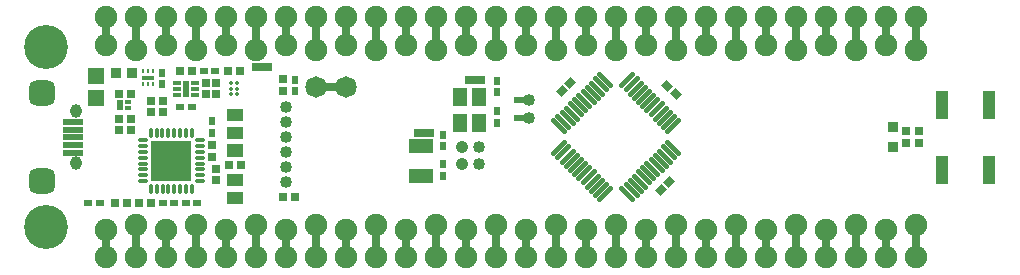
<source format=gts>
G04*
G04 #@! TF.GenerationSoftware,Altium Limited,Altium Designer,20.2.4 (192)*
G04*
G04 Layer_Color=8388736*
%FSLAX43Y43*%
%MOMM*%
G71*
G04*
G04 #@! TF.SameCoordinates,AF46D1C0-80E4-4F08-9089-F3FA465175DE*
G04*
G04*
G04 #@! TF.FilePolarity,Negative*
G04*
G01*
G75*
%ADD48C,1.050*%
%ADD49C,1.905*%
%ADD50C,0.700*%
%ADD51R,1.800X0.700*%
%ADD52R,1.325X0.500*%
%ADD53R,1.370X1.020*%
%ADD54R,2.020X1.220*%
%ADD55R,0.620X0.770*%
%ADD56R,1.270X1.520*%
G04:AMPARAMS|DCode=57|XSize=0.67mm|YSize=0.72mm|CornerRadius=0mm|HoleSize=0mm|Usage=FLASHONLY|Rotation=225.000|XOffset=0mm|YOffset=0mm|HoleType=Round|Shape=Rectangle|*
%AMROTATEDRECTD57*
4,1,4,-0.018,0.491,0.491,-0.018,0.018,-0.491,-0.491,0.018,-0.018,0.491,0.0*
%
%ADD57ROTATEDRECTD57*%

%ADD58R,0.770X0.620*%
%ADD59R,1.820X0.470*%
%ADD60R,1.120X2.370*%
%ADD61C,0.350*%
%ADD62R,0.670X0.320*%
%ADD63R,0.700X0.350*%
%ADD64R,0.600X1.360*%
%ADD65R,0.280X0.450*%
%ADD66R,1.040X0.380*%
%ADD67O,0.280X0.850*%
%ADD68O,0.850X0.280*%
%ADD69R,3.400X3.400*%
G04:AMPARAMS|DCode=70|XSize=0.42mm|YSize=1.77mm|CornerRadius=0mm|HoleSize=0mm|Usage=FLASHONLY|Rotation=225.000|XOffset=0mm|YOffset=0mm|HoleType=Round|Shape=Round|*
%AMOVALD70*
21,1,1.350,0.420,0.000,0.000,315.0*
1,1,0.420,-0.477,0.477*
1,1,0.420,0.477,-0.477*
%
%ADD70OVALD70*%

G04:AMPARAMS|DCode=71|XSize=0.42mm|YSize=1.77mm|CornerRadius=0mm|HoleSize=0mm|Usage=FLASHONLY|Rotation=135.000|XOffset=0mm|YOffset=0mm|HoleType=Round|Shape=Round|*
%AMOVALD71*
21,1,1.350,0.420,0.000,0.000,225.0*
1,1,0.420,0.477,0.477*
1,1,0.420,-0.477,-0.477*
%
%ADD71OVALD71*%

%ADD72R,0.520X0.820*%
%ADD73R,0.520X0.370*%
%ADD74R,0.920X0.920*%
%ADD75R,0.720X0.620*%
%ADD76R,0.720X0.670*%
%ADD77R,1.470X1.320*%
%ADD78R,0.882X0.882*%
%ADD79R,0.670X0.720*%
G04:AMPARAMS|DCode=80|XSize=0.62mm|YSize=0.77mm|CornerRadius=0mm|HoleSize=0mm|Usage=FLASHONLY|Rotation=135.000|XOffset=0mm|YOffset=0mm|HoleType=Round|Shape=Rectangle|*
%AMROTATEDRECTD80*
4,1,4,0.491,0.053,-0.053,-0.491,-0.491,-0.053,0.053,0.491,0.491,0.053,0.0*
%
%ADD80ROTATEDRECTD80*%

%ADD81C,1.020*%
%ADD82C,1.820*%
%ADD83O,0.686X3.327*%
%ADD84C,1.902*%
%ADD85O,0.686X2.921*%
G04:AMPARAMS|DCode=86|XSize=1.17mm|YSize=0.96mm|CornerRadius=0.48mm|HoleSize=0mm|Usage=FLASHONLY|Rotation=270.000|XOffset=0mm|YOffset=0mm|HoleType=Round|Shape=RoundedRectangle|*
%AMROUNDEDRECTD86*
21,1,1.170,0.000,0,0,270.0*
21,1,0.210,0.960,0,0,270.0*
1,1,0.960,0.000,-0.105*
1,1,0.960,0.000,0.105*
1,1,0.960,0.000,0.105*
1,1,0.960,0.000,-0.105*
%
%ADD86ROUNDEDRECTD86*%
G04:AMPARAMS|DCode=87|XSize=2.12mm|YSize=2.22mm|CornerRadius=0.58mm|HoleSize=0mm|Usage=FLASHONLY|Rotation=270.000|XOffset=0mm|YOffset=0mm|HoleType=Round|Shape=RoundedRectangle|*
%AMROUNDEDRECTD87*
21,1,2.120,1.060,0,0,270.0*
21,1,0.960,2.220,0,0,270.0*
1,1,1.160,-0.530,-0.480*
1,1,1.160,-0.530,0.480*
1,1,1.160,0.530,0.480*
1,1,1.160,0.530,-0.480*
%
%ADD87ROUNDEDRECTD87*%
%ADD88C,0.120*%
%ADD89C,3.720*%
%ADD90C,0.500*%
D48*
X37741Y9357D02*
D03*
Y7850D02*
D03*
D49*
X10160Y20320D02*
D03*
X12700D02*
D03*
X73660Y0D02*
D03*
X10160D02*
D03*
X7620D02*
D03*
X20320D02*
D03*
X17780D02*
D03*
X15240D02*
D03*
X12700D02*
D03*
X30480D02*
D03*
X27940D02*
D03*
X25400D02*
D03*
X22860D02*
D03*
X40640D02*
D03*
X38100D02*
D03*
X35560D02*
D03*
X33020D02*
D03*
X50800D02*
D03*
X48260D02*
D03*
X45720D02*
D03*
X43180D02*
D03*
X60960D02*
D03*
X58420D02*
D03*
X55880D02*
D03*
X53340D02*
D03*
X63500D02*
D03*
X66040D02*
D03*
X68580D02*
D03*
X71120D02*
D03*
X20320Y20320D02*
D03*
X17780D02*
D03*
X30480D02*
D03*
X27940D02*
D03*
X25400D02*
D03*
X22860D02*
D03*
X40640D02*
D03*
X38100D02*
D03*
X35560D02*
D03*
X33020D02*
D03*
X50800D02*
D03*
X48260D02*
D03*
X45720D02*
D03*
X43180D02*
D03*
X60960D02*
D03*
X58420D02*
D03*
X55880D02*
D03*
X53340D02*
D03*
X71120D02*
D03*
X68580D02*
D03*
X66040D02*
D03*
X63500D02*
D03*
X73660D02*
D03*
X76200D02*
D03*
Y0D02*
D03*
X15240Y20320D02*
D03*
X7620D02*
D03*
D50*
X25400Y14402D02*
X27940D01*
D51*
X34534Y10545D02*
D03*
X38850Y14960D02*
D03*
X20795Y16098D02*
D03*
D52*
X42788Y11785D02*
D03*
X42788Y13285D02*
D03*
D53*
X18539Y9025D02*
D03*
Y10525D02*
D03*
Y5025D02*
D03*
Y6525D02*
D03*
Y12025D02*
D03*
D54*
X34284Y9413D02*
D03*
Y6913D02*
D03*
D55*
X36109Y10363D02*
D03*
Y9413D02*
D03*
Y7863D02*
D03*
Y6913D02*
D03*
X40700Y12335D02*
D03*
Y11385D02*
D03*
Y14945D02*
D03*
Y13995D02*
D03*
X12339Y15625D02*
D03*
Y14675D02*
D03*
X23571Y15004D02*
D03*
Y14054D02*
D03*
X16540Y11500D02*
D03*
Y10550D02*
D03*
D56*
X39200Y13585D02*
D03*
Y11385D02*
D03*
X37600D02*
D03*
Y13585D02*
D03*
D57*
X55125Y14500D02*
D03*
X55832Y13793D02*
D03*
D58*
X34059Y10545D02*
D03*
X35009D02*
D03*
X42450Y11785D02*
D03*
X42450Y13285D02*
D03*
X38375Y14960D02*
D03*
X39325D02*
D03*
X20320Y16098D02*
D03*
X21270D02*
D03*
X13895Y12750D02*
D03*
X14845D02*
D03*
X15865Y15725D02*
D03*
X16815D02*
D03*
X13340Y4575D02*
D03*
X12390D02*
D03*
X15290D02*
D03*
X14340D02*
D03*
D59*
X4830Y11460D02*
D03*
Y10810D02*
D03*
Y10160D02*
D03*
Y9510D02*
D03*
Y8860D02*
D03*
D60*
X78391Y12910D02*
D03*
Y7410D02*
D03*
X82391D02*
D03*
Y12910D02*
D03*
D61*
X18202Y14775D02*
D03*
X18702D02*
D03*
X18202Y14275D02*
D03*
X18702D02*
D03*
X18202Y13775D02*
D03*
X18702D02*
D03*
D62*
X18189Y9375D02*
D03*
Y9025D02*
D03*
Y8675D02*
D03*
X18889D02*
D03*
Y9025D02*
D03*
Y9375D02*
D03*
X18189Y10875D02*
D03*
Y10525D02*
D03*
Y10175D02*
D03*
X18889D02*
D03*
Y10525D02*
D03*
Y10875D02*
D03*
X18189Y5375D02*
D03*
Y5025D02*
D03*
Y4675D02*
D03*
X18889D02*
D03*
Y5025D02*
D03*
Y5375D02*
D03*
X18189Y6875D02*
D03*
Y6525D02*
D03*
Y6175D02*
D03*
X18889D02*
D03*
Y6525D02*
D03*
Y6875D02*
D03*
X18189Y12375D02*
D03*
Y12025D02*
D03*
Y11675D02*
D03*
X18889D02*
D03*
Y12025D02*
D03*
Y12375D02*
D03*
D63*
X13615Y14725D02*
D03*
Y14225D02*
D03*
Y13725D02*
D03*
X15115Y14725D02*
D03*
Y14225D02*
D03*
Y13725D02*
D03*
D64*
X14365Y14225D02*
D03*
D65*
X11539Y15731D02*
D03*
X11139D02*
D03*
X10739D02*
D03*
X11539Y14669D02*
D03*
X11139D02*
D03*
X10739D02*
D03*
D66*
X11139Y15200D02*
D03*
D67*
X14876Y10556D02*
D03*
X14376D02*
D03*
X13876D02*
D03*
X13376D02*
D03*
X12876D02*
D03*
X12376D02*
D03*
X11876D02*
D03*
X11376D02*
D03*
X11384Y5787D02*
D03*
X11884D02*
D03*
X12384D02*
D03*
X12884D02*
D03*
X13384D02*
D03*
X13884D02*
D03*
X14384D02*
D03*
X14880Y5784D02*
D03*
D68*
X15520Y9924D02*
D03*
Y9424D02*
D03*
Y8924D02*
D03*
Y8424D02*
D03*
Y7924D02*
D03*
Y7424D02*
D03*
Y6924D02*
D03*
Y6424D02*
D03*
X10740Y9924D02*
D03*
Y9424D02*
D03*
Y8924D02*
D03*
Y8424D02*
D03*
Y7924D02*
D03*
Y7424D02*
D03*
Y6924D02*
D03*
Y6424D02*
D03*
D69*
X13130Y8174D02*
D03*
D70*
X51737Y5334D02*
D03*
X52090Y5688D02*
D03*
X52444Y6041D02*
D03*
X52798Y6395D02*
D03*
X53151Y6748D02*
D03*
X53505Y7102D02*
D03*
X53858Y7455D02*
D03*
X54212Y7809D02*
D03*
X54565Y8162D02*
D03*
X54919Y8516D02*
D03*
X55272Y8870D02*
D03*
X55626Y9223D02*
D03*
X49863Y14986D02*
D03*
X49510Y14632D02*
D03*
X49156Y14279D02*
D03*
X48802Y13925D02*
D03*
X48449Y13572D02*
D03*
X48095Y13218D02*
D03*
X47742Y12865D02*
D03*
X47388Y12511D02*
D03*
X47035Y12158D02*
D03*
X46681Y11804D02*
D03*
X46328Y11450D02*
D03*
X45974Y11097D02*
D03*
D71*
X55626D02*
D03*
X55272Y11450D02*
D03*
X54919Y11804D02*
D03*
X54565Y12158D02*
D03*
X54212Y12511D02*
D03*
X53858Y12865D02*
D03*
X53505Y13218D02*
D03*
X53151Y13572D02*
D03*
X52798Y13925D02*
D03*
X52444Y14279D02*
D03*
X52090Y14632D02*
D03*
X51737Y14986D02*
D03*
X45974Y9223D02*
D03*
X46328Y8870D02*
D03*
X46681Y8516D02*
D03*
X47035Y8162D02*
D03*
X47388Y7809D02*
D03*
X47742Y7455D02*
D03*
X48095Y7102D02*
D03*
X48449Y6748D02*
D03*
X48802Y6395D02*
D03*
X49156Y6041D02*
D03*
X49510Y5688D02*
D03*
X49863Y5334D02*
D03*
D72*
X8800Y12875D02*
D03*
D73*
X9500Y13100D02*
D03*
Y12650D02*
D03*
D74*
X74221Y9356D02*
D03*
Y11006D02*
D03*
D75*
X7071Y4600D02*
D03*
X6071D02*
D03*
D76*
X9675Y11684D02*
D03*
X8675D02*
D03*
X22589Y5085D02*
D03*
X23589D02*
D03*
X8675Y10755D02*
D03*
X9675D02*
D03*
X9390Y4575D02*
D03*
X8390D02*
D03*
X9675Y13775D02*
D03*
X8675D02*
D03*
X13865Y15725D02*
D03*
X14865D02*
D03*
X18952D02*
D03*
X17952D02*
D03*
X10390Y4575D02*
D03*
X11390D02*
D03*
X18039Y7775D02*
D03*
X19039D02*
D03*
D77*
X6750Y15377D02*
D03*
Y13477D02*
D03*
D78*
X8419Y15597D02*
D03*
X9816D02*
D03*
D79*
X76405Y9656D02*
D03*
Y10656D02*
D03*
X75300Y9656D02*
D03*
Y10656D02*
D03*
X22581Y14054D02*
D03*
Y15054D02*
D03*
X12389Y13250D02*
D03*
Y12250D02*
D03*
X16540Y9474D02*
D03*
Y8474D02*
D03*
X16940Y14775D02*
D03*
Y13775D02*
D03*
X16040Y14775D02*
D03*
Y13775D02*
D03*
X11439Y12250D02*
D03*
Y13250D02*
D03*
X16940Y6499D02*
D03*
Y7499D02*
D03*
D80*
X46214Y14064D02*
D03*
X46886Y14736D02*
D03*
X54589Y5714D02*
D03*
X55261Y6386D02*
D03*
D81*
X39207Y9357D02*
D03*
Y7850D02*
D03*
X43450Y11785D02*
D03*
X43450Y13285D02*
D03*
X22860Y11430D02*
D03*
Y10160D02*
D03*
Y8890D02*
D03*
Y12700D02*
D03*
Y6350D02*
D03*
Y7620D02*
D03*
D82*
X27940Y14402D02*
D03*
X25400D02*
D03*
D83*
X10160Y18999D02*
D03*
X66040Y1321D02*
D03*
X71120D02*
D03*
X60960D02*
D03*
X55880D02*
D03*
X50800D02*
D03*
X45720D02*
D03*
X40640D02*
D03*
X35560D02*
D03*
X30480D02*
D03*
X25400D02*
D03*
X20320D02*
D03*
X15240D02*
D03*
X10160D02*
D03*
X76200Y18999D02*
D03*
X71120D02*
D03*
X66040D02*
D03*
X60960D02*
D03*
X55880D02*
D03*
X50800D02*
D03*
X45720D02*
D03*
X40640D02*
D03*
X35560D02*
D03*
X30480D02*
D03*
X25400D02*
D03*
X20320D02*
D03*
X76200Y1321D02*
D03*
X15240Y18999D02*
D03*
D84*
X10160Y17577D02*
D03*
X12700Y17983D02*
D03*
X73660Y2337D02*
D03*
X66040Y2743D02*
D03*
X68580Y2337D02*
D03*
X71120Y2743D02*
D03*
X63500Y2337D02*
D03*
X60960Y2743D02*
D03*
X58420Y2337D02*
D03*
X55880Y2743D02*
D03*
X53340Y2337D02*
D03*
X50800Y2743D02*
D03*
X48260Y2337D02*
D03*
X45720Y2743D02*
D03*
X43180Y2337D02*
D03*
X40640Y2743D02*
D03*
X38100Y2337D02*
D03*
X35560Y2743D02*
D03*
X33020Y2337D02*
D03*
X30480Y2743D02*
D03*
X27940Y2337D02*
D03*
X25400Y2743D02*
D03*
X22860Y2337D02*
D03*
X20320Y2743D02*
D03*
X17780Y2337D02*
D03*
X15240Y2743D02*
D03*
X12700Y2337D02*
D03*
X76200Y17577D02*
D03*
X73660Y17983D02*
D03*
X71120Y17577D02*
D03*
X68580Y17983D02*
D03*
X66040Y17577D02*
D03*
X63500Y17983D02*
D03*
X60960Y17577D02*
D03*
X58420Y17983D02*
D03*
X55880Y17577D02*
D03*
X53340Y17983D02*
D03*
X50800Y17577D02*
D03*
X48260Y17983D02*
D03*
X45720Y17577D02*
D03*
X43180Y17983D02*
D03*
X40640Y17577D02*
D03*
X38100Y17983D02*
D03*
X35560Y17577D02*
D03*
X33020Y17983D02*
D03*
X30480Y17577D02*
D03*
X27940Y17983D02*
D03*
X25400Y17577D02*
D03*
X17780Y17983D02*
D03*
X22860D02*
D03*
X20320Y17577D02*
D03*
X7620Y2337D02*
D03*
X10160Y2743D02*
D03*
X76200D02*
D03*
X15240Y17577D02*
D03*
X7620Y17983D02*
D03*
D85*
X12700Y19202D02*
D03*
X73660Y1118D02*
D03*
X68580D02*
D03*
X63500D02*
D03*
X58420D02*
D03*
X53340D02*
D03*
X48260D02*
D03*
X43180D02*
D03*
X38100D02*
D03*
X33020D02*
D03*
X27940D02*
D03*
X22860D02*
D03*
X17780D02*
D03*
X12700D02*
D03*
X7620D02*
D03*
X73660Y19202D02*
D03*
X68580D02*
D03*
X63500D02*
D03*
X58420D02*
D03*
X53340D02*
D03*
X48260D02*
D03*
X43180D02*
D03*
X38100D02*
D03*
X33020D02*
D03*
X27940D02*
D03*
X17780D02*
D03*
X22860D02*
D03*
X7620D02*
D03*
D86*
X5050Y12385D02*
D03*
Y7935D02*
D03*
D87*
X2150Y6423D02*
D03*
Y13898D02*
D03*
D88*
X81280Y2540D02*
D03*
Y17780D02*
D03*
D89*
X2540D02*
D03*
Y2540D02*
D03*
D90*
X14365Y14225D02*
D03*
M02*

</source>
